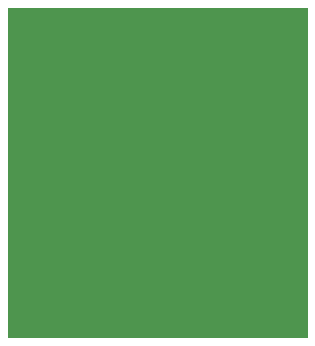
<source format=gbr>
G04 DipTrace 3.0.0.2*
G04 esp32-lighthouse-9dof-single-Board.gbr*
%MOIN*%
G04 #@! TF.FileFunction,Drawing,Board polygon*
G04 #@! TF.Part,Single*
%FSLAX26Y26*%
G04*
G70*
G90*
G75*
G01*
G04 BoardPoly*
%LPD*%
G36*
X-500000Y650000D2*
Y-450000D1*
X500000D1*
Y650000D1*
X-500000D1*
G37*
M02*

</source>
